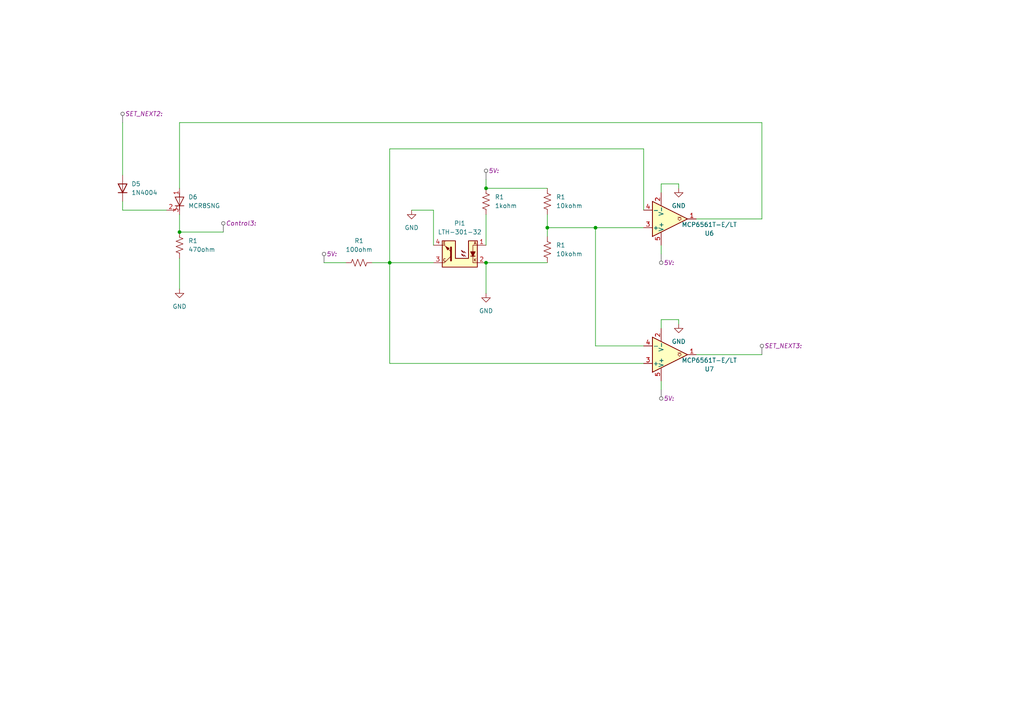
<source format=kicad_sch>
(kicad_sch (version 20230121) (generator eeschema)

  (uuid c2bb3f5d-669e-466d-9617-064858205a32)

  (paper "A4")

  (title_block
    (title "PCB:C3")
    (date "2023-12-01")
  )

  (lib_symbols
    (symbol "Comparator:MCP6566" (pin_names (offset 0.127)) (in_bom yes) (on_board yes)
      (property "Reference" "U" (at 0 5.08 0)
        (effects (font (size 1.27 1.27)) (justify left))
      )
      (property "Value" "MCP6566" (at 0 -5.08 0)
        (effects (font (size 1.27 1.27)) (justify left))
      )
      (property "Footprint" "" (at 0 -10.16 0)
        (effects (font (size 1.27 1.27)) hide)
      )
      (property "Datasheet" "http://ww1.microchip.com/downloads/en/DeviceDoc/MCP6566-6R-6U-7-9-1.8V-Low-Power-Open-Drain-Output-Comparator-DS20002143G.pdf" (at 0 0 0)
        (effects (font (size 1.27 1.27)) hide)
      )
      (property "ki_keywords" "cmp collector" (at 0 0 0)
        (effects (font (size 1.27 1.27)) hide)
      )
      (property "ki_description" "Single 1.8V Low-Power Open-Drain Output Comparator, SOT-23-5/SC-70" (at 0 0 0)
        (effects (font (size 1.27 1.27)) hide)
      )
      (property "ki_fp_filters" "SOT?23* *SC*70*" (at 0 0 0)
        (effects (font (size 1.27 1.27)) hide)
      )
      (symbol "MCP6566_0_1"
        (polyline
          (pts
            (xy -5.08 5.08)
            (xy 5.08 0)
            (xy -5.08 -5.08)
            (xy -5.08 5.08)
          )
          (stroke (width 0.254) (type default))
          (fill (type background))
        )
        (polyline
          (pts
            (xy 3.302 -0.508)
            (xy 2.794 -0.508)
            (xy 3.302 0)
            (xy 2.794 0.508)
            (xy 2.286 0)
            (xy 2.794 -0.508)
            (xy 2.286 -0.508)
          )
          (stroke (width 0.127) (type default))
          (fill (type none))
        )
        (pin power_in line (at -2.54 -7.62 90) (length 3.81)
          (name "V-" (effects (font (size 1.27 1.27))))
          (number "2" (effects (font (size 1.27 1.27))))
        )
        (pin power_in line (at -2.54 7.62 270) (length 3.81)
          (name "V+" (effects (font (size 1.27 1.27))))
          (number "5" (effects (font (size 1.27 1.27))))
        )
      )
      (symbol "MCP6566_1_1"
        (pin open_collector line (at 7.62 0 180) (length 2.54)
          (name "~" (effects (font (size 1.27 1.27))))
          (number "1" (effects (font (size 1.27 1.27))))
        )
        (pin input line (at -7.62 2.54 0) (length 2.54)
          (name "+" (effects (font (size 1.27 1.27))))
          (number "3" (effects (font (size 1.27 1.27))))
        )
        (pin input line (at -7.62 -2.54 0) (length 2.54)
          (name "-" (effects (font (size 1.27 1.27))))
          (number "4" (effects (font (size 1.27 1.27))))
        )
      )
    )
    (symbol "Device:Q_SCR_AGK" (pin_names (offset 0) hide) (in_bom yes) (on_board yes)
      (property "Reference" "D" (at 1.905 0.635 0)
        (effects (font (size 1.27 1.27)) (justify left))
      )
      (property "Value" "Q_SCR_AGK" (at 1.905 -1.27 0)
        (effects (font (size 1.27 1.27)) (justify left))
      )
      (property "Footprint" "" (at 0 0 90)
        (effects (font (size 1.27 1.27)) hide)
      )
      (property "Datasheet" "~" (at 0 0 90)
        (effects (font (size 1.27 1.27)) hide)
      )
      (property "ki_keywords" "SCR thyristor" (at 0 0 0)
        (effects (font (size 1.27 1.27)) hide)
      )
      (property "ki_description" "Silicon controlled rectifier, anode/gate/cathode" (at 0 0 0)
        (effects (font (size 1.27 1.27)) hide)
      )
      (symbol "Q_SCR_AGK_0_1"
        (polyline
          (pts
            (xy -1.27 -2.54)
            (xy -0.635 -1.27)
          )
          (stroke (width 0) (type default))
          (fill (type none))
        )
        (polyline
          (pts
            (xy -1.27 -1.27)
            (xy 1.27 -1.27)
          )
          (stroke (width 0.2032) (type default))
          (fill (type none))
        )
        (polyline
          (pts
            (xy 0 -2.54)
            (xy 0 2.54)
          )
          (stroke (width 0) (type default))
          (fill (type none))
        )
        (polyline
          (pts
            (xy -1.27 1.27)
            (xy 1.27 1.27)
            (xy 0 -1.27)
            (xy -1.27 1.27)
          )
          (stroke (width 0.2032) (type default))
          (fill (type none))
        )
      )
      (symbol "Q_SCR_AGK_1_1"
        (pin passive line (at 0 3.81 270) (length 2.54)
          (name "A" (effects (font (size 1.27 1.27))))
          (number "1" (effects (font (size 1.27 1.27))))
        )
        (pin input line (at -3.81 -2.54 0) (length 2.54)
          (name "G" (effects (font (size 1.27 1.27))))
          (number "2" (effects (font (size 1.27 1.27))))
        )
        (pin passive line (at 0 -3.81 90) (length 2.54)
          (name "K" (effects (font (size 1.27 1.27))))
          (number "3" (effects (font (size 1.27 1.27))))
        )
      )
    )
    (symbol "Device:R_US" (pin_numbers hide) (pin_names (offset 0)) (in_bom yes) (on_board yes)
      (property "Reference" "R" (at 2.54 0 90)
        (effects (font (size 1.27 1.27)))
      )
      (property "Value" "R_US" (at -2.54 0 90)
        (effects (font (size 1.27 1.27)))
      )
      (property "Footprint" "" (at 1.016 -0.254 90)
        (effects (font (size 1.27 1.27)) hide)
      )
      (property "Datasheet" "~" (at 0 0 0)
        (effects (font (size 1.27 1.27)) hide)
      )
      (property "ki_keywords" "R res resistor" (at 0 0 0)
        (effects (font (size 1.27 1.27)) hide)
      )
      (property "ki_description" "Resistor, US symbol" (at 0 0 0)
        (effects (font (size 1.27 1.27)) hide)
      )
      (property "ki_fp_filters" "R_*" (at 0 0 0)
        (effects (font (size 1.27 1.27)) hide)
      )
      (symbol "R_US_0_1"
        (polyline
          (pts
            (xy 0 -2.286)
            (xy 0 -2.54)
          )
          (stroke (width 0) (type default))
          (fill (type none))
        )
        (polyline
          (pts
            (xy 0 2.286)
            (xy 0 2.54)
          )
          (stroke (width 0) (type default))
          (fill (type none))
        )
        (polyline
          (pts
            (xy 0 -0.762)
            (xy 1.016 -1.143)
            (xy 0 -1.524)
            (xy -1.016 -1.905)
            (xy 0 -2.286)
          )
          (stroke (width 0) (type default))
          (fill (type none))
        )
        (polyline
          (pts
            (xy 0 0.762)
            (xy 1.016 0.381)
            (xy 0 0)
            (xy -1.016 -0.381)
            (xy 0 -0.762)
          )
          (stroke (width 0) (type default))
          (fill (type none))
        )
        (polyline
          (pts
            (xy 0 2.286)
            (xy 1.016 1.905)
            (xy 0 1.524)
            (xy -1.016 1.143)
            (xy 0 0.762)
          )
          (stroke (width 0) (type default))
          (fill (type none))
        )
      )
      (symbol "R_US_1_1"
        (pin passive line (at 0 3.81 270) (length 1.27)
          (name "~" (effects (font (size 1.27 1.27))))
          (number "1" (effects (font (size 1.27 1.27))))
        )
        (pin passive line (at 0 -3.81 90) (length 1.27)
          (name "~" (effects (font (size 1.27 1.27))))
          (number "2" (effects (font (size 1.27 1.27))))
        )
      )
    )
    (symbol "Diode:1N914" (pin_numbers hide) (pin_names hide) (in_bom yes) (on_board yes)
      (property "Reference" "D" (at 0 2.54 0)
        (effects (font (size 1.27 1.27)))
      )
      (property "Value" "1N914" (at 0 -2.54 0)
        (effects (font (size 1.27 1.27)))
      )
      (property "Footprint" "Diode_THT:D_DO-35_SOD27_P7.62mm_Horizontal" (at 0 -4.445 0)
        (effects (font (size 1.27 1.27)) hide)
      )
      (property "Datasheet" "http://www.vishay.com/docs/85622/1n914.pdf" (at 0 0 0)
        (effects (font (size 1.27 1.27)) hide)
      )
      (property "Sim.Device" "D" (at 0 0 0)
        (effects (font (size 1.27 1.27)) hide)
      )
      (property "Sim.Pins" "1=K 2=A" (at 0 0 0)
        (effects (font (size 1.27 1.27)) hide)
      )
      (property "ki_keywords" "diode" (at 0 0 0)
        (effects (font (size 1.27 1.27)) hide)
      )
      (property "ki_description" "100V 0.3A Small Signal Fast Switching Diode, DO-35" (at 0 0 0)
        (effects (font (size 1.27 1.27)) hide)
      )
      (property "ki_fp_filters" "D*DO?35*" (at 0 0 0)
        (effects (font (size 1.27 1.27)) hide)
      )
      (symbol "1N914_0_1"
        (polyline
          (pts
            (xy -1.27 1.27)
            (xy -1.27 -1.27)
          )
          (stroke (width 0.254) (type default))
          (fill (type none))
        )
        (polyline
          (pts
            (xy 1.27 0)
            (xy -1.27 0)
          )
          (stroke (width 0) (type default))
          (fill (type none))
        )
        (polyline
          (pts
            (xy 1.27 1.27)
            (xy 1.27 -1.27)
            (xy -1.27 0)
            (xy 1.27 1.27)
          )
          (stroke (width 0.254) (type default))
          (fill (type none))
        )
      )
      (symbol "1N914_1_1"
        (pin passive line (at -3.81 0 0) (length 2.54)
          (name "K" (effects (font (size 1.27 1.27))))
          (number "1" (effects (font (size 1.27 1.27))))
        )
        (pin passive line (at 3.81 0 180) (length 2.54)
          (name "A" (effects (font (size 1.27 1.27))))
          (number "2" (effects (font (size 1.27 1.27))))
        )
      )
    )
    (symbol "Sensor_Proximity:ITR9608-F" (in_bom yes) (on_board yes)
      (property "Reference" "U" (at -5.08 5.08 0)
        (effects (font (size 1.27 1.27)) (justify left))
      )
      (property "Value" "ITR9608-F" (at 0 -5.08 0)
        (effects (font (size 1.27 1.27)))
      )
      (property "Footprint" "OptoDevice:Everlight_ITR9608-F" (at 0 -6.35 0)
        (effects (font (size 1.27 1.27) italic) hide)
      )
      (property "Datasheet" "https://everlighteurope.com/index.php?controller=attachment&id_attachment=5389" (at -1.27 6.35 0)
        (effects (font (size 1.27 1.27)) hide)
      )
      (property "ki_keywords" "Photointerrupter opto interrupter infrared LED fast response time infrared 940nm 5mm gap" (at 0 0 0)
        (effects (font (size 1.27 1.27)) hide)
      )
      (property "ki_description" "Photointerrupter infrared LED with photo IC, -25 to +85 degree Celsius" (at 0 0 0)
        (effects (font (size 1.27 1.27)) hide)
      )
      (property "ki_fp_filters" "*ITR9608*" (at 0 0 0)
        (effects (font (size 1.27 1.27)) hide)
      )
      (symbol "ITR9608-F_0_0"
        (text "A" (at -4.445 3.175 0)
          (effects (font (size 0.762 0.762)))
        )
        (text "C" (at 4.445 -1.778 0)
          (effects (font (size 0.762 0.762)))
        )
        (text "E" (at 4.445 3.175 0)
          (effects (font (size 0.762 0.762)))
        )
        (text "K" (at -4.445 -1.778 0)
          (effects (font (size 0.762 0.762)))
        )
      )
      (symbol "ITR9608-F_0_1"
        (polyline
          (pts
            (xy -4.445 -0.635)
            (xy -3.175 -0.635)
          )
          (stroke (width 0.254) (type default))
          (fill (type none))
        )
        (polyline
          (pts
            (xy 2.54 -0.635)
            (xy 4.445 -2.54)
          )
          (stroke (width 0) (type default))
          (fill (type none))
        )
        (polyline
          (pts
            (xy 4.445 -2.54)
            (xy 5.08 -2.54)
          )
          (stroke (width 0) (type default))
          (fill (type none))
        )
        (polyline
          (pts
            (xy 4.445 2.54)
            (xy 2.54 0.635)
          )
          (stroke (width 0) (type default))
          (fill (type outline))
        )
        (polyline
          (pts
            (xy 4.445 2.54)
            (xy 5.08 2.54)
          )
          (stroke (width 0) (type default))
          (fill (type none))
        )
        (polyline
          (pts
            (xy -5.08 -2.54)
            (xy -3.81 -2.54)
            (xy -3.81 -0.635)
          )
          (stroke (width 0) (type default))
          (fill (type none))
        )
        (polyline
          (pts
            (xy -5.08 2.54)
            (xy -3.81 2.54)
            (xy -3.81 0.635)
          )
          (stroke (width 0) (type default))
          (fill (type none))
        )
        (polyline
          (pts
            (xy 2.54 -1.905)
            (xy 2.54 1.905)
            (xy 2.54 1.905)
          )
          (stroke (width 0.508) (type default))
          (fill (type none))
        )
        (polyline
          (pts
            (xy -3.81 -0.635)
            (xy -4.445 0.635)
            (xy -3.175 0.635)
            (xy -3.81 -0.635)
          )
          (stroke (width 0.254) (type default))
          (fill (type outline))
        )
        (polyline
          (pts
            (xy -1.778 0.254)
            (xy -1.2446 0.762)
            (xy -1.2446 0.254)
            (xy -0.4826 1.016)
          )
          (stroke (width 0) (type default))
          (fill (type none))
        )
        (polyline
          (pts
            (xy -0.4826 1.016)
            (xy -0.9906 0.762)
            (xy -0.7366 0.508)
            (xy -0.4826 1.016)
          )
          (stroke (width 0) (type default))
          (fill (type none))
        )
        (polyline
          (pts
            (xy 3.048 1.651)
            (xy 3.556 1.143)
            (xy 4.064 2.159)
            (xy 3.048 1.651)
            (xy 3.048 1.651)
          )
          (stroke (width 0) (type default))
          (fill (type outline))
        )
        (polyline
          (pts
            (xy -1.778 -0.762)
            (xy -1.2446 -0.254)
            (xy -1.2446 -0.762)
            (xy -0.4826 0)
            (xy -0.9906 -0.254)
            (xy -0.7366 -0.508)
            (xy -0.4826 0)
          )
          (stroke (width 0) (type default))
          (fill (type none))
        )
        (polyline
          (pts
            (xy -5.08 3.81)
            (xy -5.08 -3.81)
            (xy 5.08 -3.81)
            (xy 5.08 3.81)
            (xy 1.27 3.81)
            (xy 1.27 -1.27)
            (xy -2.54 -1.27)
            (xy -2.54 3.81)
            (xy -5.08 3.81)
          )
          (stroke (width 0.254) (type default))
          (fill (type background))
        )
      )
      (symbol "ITR9608-F_1_1"
        (pin passive line (at -7.62 2.54 0) (length 2.54)
          (name "~" (effects (font (size 1.27 1.27))))
          (number "1" (effects (font (size 1.27 1.27))))
        )
        (pin passive line (at -7.62 -2.54 0) (length 2.54)
          (name "~" (effects (font (size 1.27 1.27))))
          (number "2" (effects (font (size 1.27 1.27))))
        )
        (pin open_collector line (at 7.62 -2.54 180) (length 2.54)
          (name "~" (effects (font (size 1.27 1.27))))
          (number "3" (effects (font (size 1.27 1.27))))
        )
        (pin open_emitter line (at 7.62 2.54 180) (length 2.54)
          (name "~" (effects (font (size 1.27 1.27))))
          (number "4" (effects (font (size 1.27 1.27))))
        )
      )
    )
    (symbol "power:GND" (power) (pin_names (offset 0)) (in_bom yes) (on_board yes)
      (property "Reference" "#PWR" (at 0 -6.35 0)
        (effects (font (size 1.27 1.27)) hide)
      )
      (property "Value" "GND" (at 0 -3.81 0)
        (effects (font (size 1.27 1.27)))
      )
      (property "Footprint" "" (at 0 0 0)
        (effects (font (size 1.27 1.27)) hide)
      )
      (property "Datasheet" "" (at 0 0 0)
        (effects (font (size 1.27 1.27)) hide)
      )
      (property "ki_keywords" "global power" (at 0 0 0)
        (effects (font (size 1.27 1.27)) hide)
      )
      (property "ki_description" "Power symbol creates a global label with name \"GND\" , ground" (at 0 0 0)
        (effects (font (size 1.27 1.27)) hide)
      )
      (symbol "GND_0_1"
        (polyline
          (pts
            (xy 0 0)
            (xy 0 -1.27)
            (xy 1.27 -1.27)
            (xy 0 -2.54)
            (xy -1.27 -1.27)
            (xy 0 -1.27)
          )
          (stroke (width 0) (type default))
          (fill (type none))
        )
      )
      (symbol "GND_1_1"
        (pin power_in line (at 0 0 270) (length 0) hide
          (name "GND" (effects (font (size 1.27 1.27))))
          (number "1" (effects (font (size 1.27 1.27))))
        )
      )
    )
  )

  (junction (at 113.03 76.2) (diameter 0) (color 0 0 0 0)
    (uuid 1d419d80-129c-4caa-83c4-593fe00064f1)
  )
  (junction (at 140.97 54.61) (diameter 0) (color 0 0 0 0)
    (uuid 1e3f3a6b-a6cb-4559-8657-022aeb250a55)
  )
  (junction (at 158.75 66.04) (diameter 0) (color 0 0 0 0)
    (uuid 3e3b724c-3b3a-46d6-b679-4c4c37af5dd4)
  )
  (junction (at 172.72 66.04) (diameter 0) (color 0 0 0 0)
    (uuid 8e6816be-87fb-44da-a6f6-469fd0d89677)
  )
  (junction (at 140.97 76.2) (diameter 0) (color 0 0 0 0)
    (uuid d4a17650-dd2d-47bc-919c-b74d31c8e4e5)
  )
  (junction (at 52.07 67.31) (diameter 0) (color 0 0 0 0)
    (uuid d6bf8260-803f-49a2-ae67-9e3f463a25a2)
  )

  (wire (pts (xy 196.85 53.34) (xy 191.77 53.34))
    (stroke (width 0) (type default))
    (uuid 075bdffd-f806-486e-8a1f-461f58485cca)
  )
  (wire (pts (xy 158.75 66.04) (xy 158.75 68.58))
    (stroke (width 0) (type default))
    (uuid 0e24f331-e401-4b57-8f66-fe304817c2ee)
  )
  (wire (pts (xy 186.69 60.96) (xy 186.69 43.18))
    (stroke (width 0) (type default))
    (uuid 1366c9f0-2aa6-4cbf-bcc7-f38b1d8e2d80)
  )
  (wire (pts (xy 140.97 62.23) (xy 140.97 71.12))
    (stroke (width 0) (type default))
    (uuid 16a9aff5-7573-4ccd-b31f-efe25dcded7b)
  )
  (wire (pts (xy 52.07 35.56) (xy 52.07 54.61))
    (stroke (width 0) (type default))
    (uuid 16cad589-bde3-4abc-8751-84941e533457)
  )
  (wire (pts (xy 196.85 92.71) (xy 191.77 92.71))
    (stroke (width 0) (type default))
    (uuid 1fc112de-caae-497a-851e-ab1cc76d0de2)
  )
  (wire (pts (xy 186.69 105.41) (xy 113.03 105.41))
    (stroke (width 0) (type default))
    (uuid 2325b973-d890-4112-a69d-bf21e050334b)
  )
  (wire (pts (xy 220.98 63.5) (xy 220.98 35.56))
    (stroke (width 0) (type default))
    (uuid 2704a278-5d7a-4e63-8328-9df07eaa750e)
  )
  (wire (pts (xy 140.97 76.2) (xy 140.97 85.09))
    (stroke (width 0) (type default))
    (uuid 2a5df62f-827a-446a-9256-598ab2067275)
  )
  (wire (pts (xy 186.69 43.18) (xy 113.03 43.18))
    (stroke (width 0) (type default))
    (uuid 2e36026d-1adb-4564-a974-9a2aa933ccd6)
  )
  (wire (pts (xy 172.72 66.04) (xy 172.72 100.33))
    (stroke (width 0) (type default))
    (uuid 2e95244d-67c4-429f-b901-d74849ea27e4)
  )
  (wire (pts (xy 52.07 74.93) (xy 52.07 83.82))
    (stroke (width 0) (type default))
    (uuid 331413ca-f598-4712-b903-ecaf28e2e028)
  )
  (wire (pts (xy 201.93 102.87) (xy 220.98 102.87))
    (stroke (width 0) (type default))
    (uuid 360f55f4-9975-48f2-a63f-9dd1103f951e)
  )
  (wire (pts (xy 201.93 63.5) (xy 220.98 63.5))
    (stroke (width 0) (type default))
    (uuid 3c6a5b22-dae7-4f70-83fb-504f10afb703)
  )
  (wire (pts (xy 113.03 43.18) (xy 113.03 76.2))
    (stroke (width 0) (type default))
    (uuid 44d4ca4d-98d6-4ac3-86c2-7d5415d5a688)
  )
  (wire (pts (xy 140.97 54.61) (xy 158.75 54.61))
    (stroke (width 0) (type default))
    (uuid 4a353078-1200-4001-b1e7-07786c0fbc4a)
  )
  (wire (pts (xy 191.77 53.34) (xy 191.77 55.88))
    (stroke (width 0) (type default))
    (uuid 5dd68f2d-5aa0-4329-a68b-b7bb87a702ae)
  )
  (wire (pts (xy 158.75 62.23) (xy 158.75 66.04))
    (stroke (width 0) (type default))
    (uuid 6020a828-3096-4e28-b38d-b81f206ae085)
  )
  (wire (pts (xy 196.85 93.98) (xy 196.85 92.71))
    (stroke (width 0) (type default))
    (uuid 72ed5d1b-a713-4da5-9582-44f9ae70cf01)
  )
  (wire (pts (xy 158.75 76.2) (xy 140.97 76.2))
    (stroke (width 0) (type default))
    (uuid 7a5ea6ac-ceb8-4264-a6f4-d1b9d81a1d40)
  )
  (wire (pts (xy 52.07 62.23) (xy 52.07 67.31))
    (stroke (width 0) (type default))
    (uuid 812f4581-5b7e-436c-8357-ae9c1700fb21)
  )
  (wire (pts (xy 220.98 35.56) (xy 52.07 35.56))
    (stroke (width 0) (type default))
    (uuid 81cf9099-fd56-4f9f-9479-932ebc999dc5)
  )
  (wire (pts (xy 172.72 66.04) (xy 158.75 66.04))
    (stroke (width 0) (type default))
    (uuid 873815a0-95ca-4329-a8eb-c561be25bc6a)
  )
  (wire (pts (xy 113.03 76.2) (xy 113.03 105.41))
    (stroke (width 0) (type default))
    (uuid 94c9c58f-7928-4551-84ed-3a416fcd827c)
  )
  (wire (pts (xy 64.77 67.31) (xy 52.07 67.31))
    (stroke (width 0) (type default))
    (uuid 9b29ed78-9c54-4e95-acfe-c705cd50cac6)
  )
  (wire (pts (xy 191.77 92.71) (xy 191.77 95.25))
    (stroke (width 0) (type default))
    (uuid 9c1b664e-1778-4c0f-b430-498855443191)
  )
  (wire (pts (xy 196.85 54.61) (xy 196.85 53.34))
    (stroke (width 0) (type default))
    (uuid 9cd1cf54-3824-4a2f-89b9-7b6467266b91)
  )
  (wire (pts (xy 186.69 66.04) (xy 172.72 66.04))
    (stroke (width 0) (type default))
    (uuid a9553a54-0851-473e-9d6f-666d85dc0ebf)
  )
  (wire (pts (xy 191.77 113.03) (xy 191.77 110.49))
    (stroke (width 0) (type default))
    (uuid b6cedb52-4178-49ca-84b0-7f3969a67e7f)
  )
  (wire (pts (xy 35.56 58.42) (xy 35.56 60.96))
    (stroke (width 0) (type default))
    (uuid bed24da3-f41a-42dc-be61-4434d778fdfb)
  )
  (wire (pts (xy 113.03 76.2) (xy 125.73 76.2))
    (stroke (width 0) (type default))
    (uuid c24f8ccb-b4b6-45ba-a9ed-c9f3dd57692c)
  )
  (wire (pts (xy 125.73 60.96) (xy 119.38 60.96))
    (stroke (width 0) (type default))
    (uuid c7cf085e-4cfd-4dd9-893c-129d0376bfc8)
  )
  (wire (pts (xy 93.98 76.2) (xy 100.33 76.2))
    (stroke (width 0) (type default))
    (uuid d55b9066-4273-4669-91bc-7ec86080de45)
  )
  (wire (pts (xy 107.95 76.2) (xy 113.03 76.2))
    (stroke (width 0) (type default))
    (uuid d6a2f07e-6d0a-4fe3-9e9a-f8af8e7effce)
  )
  (wire (pts (xy 48.26 60.96) (xy 35.56 60.96))
    (stroke (width 0) (type default))
    (uuid dcfcaf4a-cfb2-4b8e-a148-e8d89f811df2)
  )
  (wire (pts (xy 191.77 73.66) (xy 191.77 71.12))
    (stroke (width 0) (type default))
    (uuid de4ad1b6-4c91-4d18-8c0c-7af209348e34)
  )
  (wire (pts (xy 125.73 71.12) (xy 125.73 60.96))
    (stroke (width 0) (type default))
    (uuid ef37624a-d33c-4bab-86f5-186ae454615a)
  )
  (wire (pts (xy 35.56 50.8) (xy 35.56 35.56))
    (stroke (width 0) (type default))
    (uuid f0862a3d-157f-48c9-9286-65d5ddbbfca9)
  )
  (wire (pts (xy 172.72 100.33) (xy 186.69 100.33))
    (stroke (width 0) (type default))
    (uuid f41c6175-1165-4a64-ac56-429b9bae86c4)
  )
  (wire (pts (xy 140.97 52.07) (xy 140.97 54.61))
    (stroke (width 0) (type default))
    (uuid f4673285-ef1a-45c8-a2d8-4d9fd4e6b4cf)
  )

  (netclass_flag "" (length 2.54) (shape round) (at 191.77 73.66 180) (fields_autoplaced)
    (effects (font (size 1.27 1.27)) (justify right bottom))
    (uuid 219765e8-72b5-4bb9-ad92-02f0374b30dc)
    (property "5V" "" (at 192.4685 76.2 0) (show_name)
      (effects (font (size 1.27 1.27) italic) (justify left))
    )
  )
  (netclass_flag "" (length 2.54) (shape round) (at 93.98 76.2 0) (fields_autoplaced)
    (effects (font (size 1.27 1.27)) (justify left bottom))
    (uuid 2dd43831-7785-49f4-b9a8-ccc2a92ff2a3)
    (property "5V" "" (at 94.6785 73.66 0) (show_name)
      (effects (font (size 1.27 1.27) italic) (justify left))
    )
  )
  (netclass_flag "" (length 2.54) (shape round) (at 35.56 35.56 0) (fields_autoplaced)
    (effects (font (size 1.27 1.27)) (justify left bottom))
    (uuid 341ad922-e520-4c9c-ad26-07bf8e2b8c67)
    (property "SET_NEXT2" "" (at 36.2585 33.02 0) (show_name)
      (effects (font (size 1.27 1.27) italic) (justify left))
    )
  )
  (netclass_flag "" (length 2.54) (shape round) (at 140.97 52.07 0) (fields_autoplaced)
    (effects (font (size 1.27 1.27)) (justify left bottom))
    (uuid 5a06b3a5-e125-4dd3-a400-77b9461a4e71)
    (property "5V" "" (at 141.6685 49.53 0) (show_name)
      (effects (font (size 1.27 1.27) italic) (justify left))
    )
  )
  (netclass_flag "" (length 2.54) (shape round) (at 220.98 102.87 0) (fields_autoplaced)
    (effects (font (size 1.27 1.27)) (justify left bottom))
    (uuid 7f4ef437-005d-4b1c-b539-3fd630b98caa)
    (property "SET_NEXT3" "" (at 221.6785 100.33 0) (show_name)
      (effects (font (size 1.27 1.27) italic) (justify left))
    )
  )
  (netclass_flag "" (length 2.54) (shape round) (at 191.77 113.03 180) (fields_autoplaced)
    (effects (font (size 1.27 1.27)) (justify right bottom))
    (uuid 9d9365f3-2fa0-4d8f-90dc-2c6e9410daec)
    (property "5V" "" (at 192.4685 115.57 0) (show_name)
      (effects (font (size 1.27 1.27) italic) (justify left))
    )
  )
  (netclass_flag "" (length 2.54) (shape round) (at 64.77 67.31 0) (fields_autoplaced)
    (effects (font (size 1.27 1.27)) (justify left bottom))
    (uuid a47d7861-c603-4f29-bf63-880513204f4b)
    (property "Control3" "" (at 65.4685 64.77 0) (show_name)
      (effects (font (size 1.27 1.27) italic) (justify left))
    )
  )

  (symbol (lib_id "power:GND") (at 52.07 83.82 0) (unit 1)
    (in_bom yes) (on_board yes) (dnp no) (fields_autoplaced)
    (uuid 0df66df6-5bad-4969-a86b-439ff8f75843)
    (property "Reference" "#PWR012" (at 52.07 90.17 0)
      (effects (font (size 1.27 1.27)) hide)
    )
    (property "Value" "GND" (at 52.07 88.9 0)
      (effects (font (size 1.27 1.27)))
    )
    (property "Footprint" "" (at 52.07 83.82 0)
      (effects (font (size 1.27 1.27)) hide)
    )
    (property "Datasheet" "" (at 52.07 83.82 0)
      (effects (font (size 1.27 1.27)) hide)
    )
    (pin "1" (uuid 7b1547b0-fed8-4d78-97c2-a0fae51fad0d))
    (instances
      (project "Schem1"
        (path "/911b5eb8-7b6c-425b-b090-765c473021df/89303584-90b3-4284-9cfe-6f4b21b3b21a"
          (reference "#PWR012") (unit 1)
        )
        (path "/911b5eb8-7b6c-425b-b090-765c473021df/b373f443-bd5b-4968-bed5-084cb3ea84d6"
          (reference "#PWR014") (unit 1)
        )
        (path "/911b5eb8-7b6c-425b-b090-765c473021df/e431f874-6935-46ad-a10a-9f993e30c3c5"
          (reference "#PWR019") (unit 1)
        )
      )
    )
  )

  (symbol (lib_id "Device:R_US") (at 158.75 58.42 0) (unit 1)
    (in_bom yes) (on_board yes) (dnp no) (fields_autoplaced)
    (uuid 440d760e-b9a6-4ba6-9c1c-5adcb805f741)
    (property "Reference" "R1" (at 161.29 57.15 0)
      (effects (font (size 1.27 1.27)) (justify left))
    )
    (property "Value" "10kohm" (at 161.29 59.69 0)
      (effects (font (size 1.27 1.27)) (justify left))
    )
    (property "Footprint" "" (at 159.766 58.674 90)
      (effects (font (size 1.27 1.27)) hide)
    )
    (property "Datasheet" "~" (at 158.75 58.42 0)
      (effects (font (size 1.27 1.27)) hide)
    )
    (pin "2" (uuid 265f947a-8f22-42b7-9e05-b8f9318e32e6))
    (pin "1" (uuid 63f336bf-a5cd-4930-b5af-0b8e4ef58d9a))
    (instances
      (project "Schem1"
        (path "/911b5eb8-7b6c-425b-b090-765c473021df"
          (reference "R1") (unit 1)
        )
        (path "/911b5eb8-7b6c-425b-b090-765c473021df/89303584-90b3-4284-9cfe-6f4b21b3b21a"
          (reference "R8") (unit 1)
        )
        (path "/911b5eb8-7b6c-425b-b090-765c473021df/b373f443-bd5b-4968-bed5-084cb3ea84d6"
          (reference "R15") (unit 1)
        )
        (path "/911b5eb8-7b6c-425b-b090-765c473021df/e431f874-6935-46ad-a10a-9f993e30c3c5"
          (reference "R20") (unit 1)
        )
      )
    )
  )

  (symbol (lib_id "Device:R_US") (at 104.14 76.2 90) (unit 1)
    (in_bom yes) (on_board yes) (dnp no) (fields_autoplaced)
    (uuid 4443cf5a-6f49-4d6c-acac-c602672889fc)
    (property "Reference" "R1" (at 104.14 69.85 90)
      (effects (font (size 1.27 1.27)))
    )
    (property "Value" "100ohm" (at 104.14 72.39 90)
      (effects (font (size 1.27 1.27)))
    )
    (property "Footprint" "" (at 104.394 75.184 90)
      (effects (font (size 1.27 1.27)) hide)
    )
    (property "Datasheet" "~" (at 104.14 76.2 0)
      (effects (font (size 1.27 1.27)) hide)
    )
    (pin "2" (uuid 902897a4-8b45-43dd-8468-51e748cb874d))
    (pin "1" (uuid 2488048d-8e20-4cac-b73d-fafc94d2ae5d))
    (instances
      (project "Schem1"
        (path "/911b5eb8-7b6c-425b-b090-765c473021df"
          (reference "R1") (unit 1)
        )
        (path "/911b5eb8-7b6c-425b-b090-765c473021df/89303584-90b3-4284-9cfe-6f4b21b3b21a"
          (reference "R10") (unit 1)
        )
        (path "/911b5eb8-7b6c-425b-b090-765c473021df/b373f443-bd5b-4968-bed5-084cb3ea84d6"
          (reference "R13") (unit 1)
        )
        (path "/911b5eb8-7b6c-425b-b090-765c473021df/e431f874-6935-46ad-a10a-9f993e30c3c5"
          (reference "R18") (unit 1)
        )
      )
    )
  )

  (symbol (lib_id "power:GND") (at 119.38 60.96 0) (unit 1)
    (in_bom yes) (on_board yes) (dnp no) (fields_autoplaced)
    (uuid 4c26d942-ea45-43c3-b3c8-2c5d214f7379)
    (property "Reference" "#PWR013" (at 119.38 67.31 0)
      (effects (font (size 1.27 1.27)) hide)
    )
    (property "Value" "GND" (at 119.38 66.04 0)
      (effects (font (size 1.27 1.27)))
    )
    (property "Footprint" "" (at 119.38 60.96 0)
      (effects (font (size 1.27 1.27)) hide)
    )
    (property "Datasheet" "" (at 119.38 60.96 0)
      (effects (font (size 1.27 1.27)) hide)
    )
    (pin "1" (uuid 1787a081-2283-4101-9993-1574a36dcea2))
    (instances
      (project "Schem1"
        (path "/911b5eb8-7b6c-425b-b090-765c473021df/89303584-90b3-4284-9cfe-6f4b21b3b21a"
          (reference "#PWR013") (unit 1)
        )
        (path "/911b5eb8-7b6c-425b-b090-765c473021df/b373f443-bd5b-4968-bed5-084cb3ea84d6"
          (reference "#PWR015") (unit 1)
        )
        (path "/911b5eb8-7b6c-425b-b090-765c473021df/e431f874-6935-46ad-a10a-9f993e30c3c5"
          (reference "#PWR020") (unit 1)
        )
      )
    )
  )

  (symbol (lib_id "Device:R_US") (at 140.97 58.42 0) (unit 1)
    (in_bom yes) (on_board yes) (dnp no) (fields_autoplaced)
    (uuid 5a69adbd-2bff-4f27-938f-e0cda7e35031)
    (property "Reference" "R1" (at 143.51 57.15 0)
      (effects (font (size 1.27 1.27)) (justify left))
    )
    (property "Value" "1kohm" (at 143.51 59.69 0)
      (effects (font (size 1.27 1.27)) (justify left))
    )
    (property "Footprint" "" (at 141.986 58.674 90)
      (effects (font (size 1.27 1.27)) hide)
    )
    (property "Datasheet" "~" (at 140.97 58.42 0)
      (effects (font (size 1.27 1.27)) hide)
    )
    (pin "2" (uuid 7d2139aa-74ed-423c-92cb-1868cc382dcc))
    (pin "1" (uuid 4ff973c6-344d-4098-aca8-b1a1189baf4c))
    (instances
      (project "Schem1"
        (path "/911b5eb8-7b6c-425b-b090-765c473021df"
          (reference "R1") (unit 1)
        )
        (path "/911b5eb8-7b6c-425b-b090-765c473021df/89303584-90b3-4284-9cfe-6f4b21b3b21a"
          (reference "R7") (unit 1)
        )
        (path "/911b5eb8-7b6c-425b-b090-765c473021df/b373f443-bd5b-4968-bed5-084cb3ea84d6"
          (reference "R14") (unit 1)
        )
        (path "/911b5eb8-7b6c-425b-b090-765c473021df/e431f874-6935-46ad-a10a-9f993e30c3c5"
          (reference "R19") (unit 1)
        )
      )
    )
  )

  (symbol (lib_id "power:GND") (at 196.85 93.98 0) (unit 1)
    (in_bom yes) (on_board yes) (dnp no)
    (uuid 5ac6755a-0913-4223-8966-4ee4e3926e2e)
    (property "Reference" "#PWR011" (at 196.85 100.33 0)
      (effects (font (size 1.27 1.27)) hide)
    )
    (property "Value" "GND" (at 196.85 99.06 0)
      (effects (font (size 1.27 1.27)))
    )
    (property "Footprint" "" (at 196.85 93.98 0)
      (effects (font (size 1.27 1.27)) hide)
    )
    (property "Datasheet" "" (at 196.85 93.98 0)
      (effects (font (size 1.27 1.27)) hide)
    )
    (pin "1" (uuid 865c3024-3bc3-4354-bc35-f7b62d5d657d))
    (instances
      (project "Schem1"
        (path "/911b5eb8-7b6c-425b-b090-765c473021df/89303584-90b3-4284-9cfe-6f4b21b3b21a"
          (reference "#PWR011") (unit 1)
        )
        (path "/911b5eb8-7b6c-425b-b090-765c473021df/b373f443-bd5b-4968-bed5-084cb3ea84d6"
          (reference "#PWR018") (unit 1)
        )
        (path "/911b5eb8-7b6c-425b-b090-765c473021df/e431f874-6935-46ad-a10a-9f993e30c3c5"
          (reference "#PWR023") (unit 1)
        )
      )
    )
  )

  (symbol (lib_id "Comparator:MCP6566") (at 194.31 102.87 0) (mirror x) (unit 1)
    (in_bom yes) (on_board yes) (dnp no) (fields_autoplaced)
    (uuid 8b251ea2-f4de-48d3-a730-5837ac604e2c)
    (property "Reference" "U7" (at 205.74 107.0609 0)
      (effects (font (size 1.27 1.27)))
    )
    (property "Value" "MCP6561T-E/LT" (at 205.74 104.5209 0)
      (effects (font (size 1.27 1.27)))
    )
    (property "Footprint" "" (at 194.31 92.71 0)
      (effects (font (size 1.27 1.27)) hide)
    )
    (property "Datasheet" "https://ww1.microchip.com/downloads/en/DeviceDoc/MCP6561-1R-1U-2-4-1.8V-Low-Power-Push-Pull-Output-Comparator-DS20002139E.pdf" (at 194.31 102.87 0)
      (effects (font (size 1.27 1.27)) hide)
    )
    (pin "5" (uuid 7643103b-dd92-4eb5-9254-82bbcf404785))
    (pin "4" (uuid e20bb495-ed19-4acf-baac-d0e58e28af29))
    (pin "1" (uuid c18c485c-5ff1-4bb1-8446-48dc7df7da10))
    (pin "2" (uuid c979e4c8-75d6-459c-b1f1-ef859549e3f3))
    (pin "3" (uuid 86a1b2b9-511b-4e85-b277-5621fa219c42))
    (instances
      (project "Schem1"
        (path "/911b5eb8-7b6c-425b-b090-765c473021df/89303584-90b3-4284-9cfe-6f4b21b3b21a"
          (reference "U7") (unit 1)
        )
        (path "/911b5eb8-7b6c-425b-b090-765c473021df/b373f443-bd5b-4968-bed5-084cb3ea84d6"
          (reference "U9") (unit 1)
        )
        (path "/911b5eb8-7b6c-425b-b090-765c473021df/e431f874-6935-46ad-a10a-9f993e30c3c5"
          (reference "U11") (unit 1)
        )
      )
    )
  )

  (symbol (lib_id "power:GND") (at 140.97 85.09 0) (unit 1)
    (in_bom yes) (on_board yes) (dnp no) (fields_autoplaced)
    (uuid a9a5d88d-c3c6-4fdb-82ea-bb2df969416f)
    (property "Reference" "#PWR09" (at 140.97 91.44 0)
      (effects (font (size 1.27 1.27)) hide)
    )
    (property "Value" "GND" (at 140.97 90.17 0)
      (effects (font (size 1.27 1.27)))
    )
    (property "Footprint" "" (at 140.97 85.09 0)
      (effects (font (size 1.27 1.27)) hide)
    )
    (property "Datasheet" "" (at 140.97 85.09 0)
      (effects (font (size 1.27 1.27)) hide)
    )
    (pin "1" (uuid 9e909910-e08a-4b72-9b14-3877bc4d4d26))
    (instances
      (project "Schem1"
        (path "/911b5eb8-7b6c-425b-b090-765c473021df/89303584-90b3-4284-9cfe-6f4b21b3b21a"
          (reference "#PWR09") (unit 1)
        )
        (path "/911b5eb8-7b6c-425b-b090-765c473021df/b373f443-bd5b-4968-bed5-084cb3ea84d6"
          (reference "#PWR016") (unit 1)
        )
        (path "/911b5eb8-7b6c-425b-b090-765c473021df/e431f874-6935-46ad-a10a-9f993e30c3c5"
          (reference "#PWR021") (unit 1)
        )
      )
    )
  )

  (symbol (lib_id "Sensor_Proximity:ITR9608-F") (at 133.35 73.66 0) (mirror y) (unit 1)
    (in_bom yes) (on_board yes) (dnp no)
    (uuid b0cc1fdb-1b78-4e89-a695-c54b52d33cb3)
    (property "Reference" "PI1" (at 133.35 64.77 0)
      (effects (font (size 1.27 1.27)))
    )
    (property "Value" "LTH-301-32" (at 133.35 67.31 0)
      (effects (font (size 1.27 1.27)))
    )
    (property "Footprint" "" (at 133.35 80.01 0)
      (effects (font (size 1.27 1.27) italic) hide)
    )
    (property "Datasheet" "" (at 134.62 67.31 0)
      (effects (font (size 1.27 1.27)) hide)
    )
    (pin "2" (uuid 49bc6a8c-b283-4a18-b4bd-6b4eaac9da44))
    (pin "3" (uuid 9946923d-fd3f-4f6b-bb45-d2bcf73b0a6e))
    (pin "4" (uuid 3a41edec-9929-4333-8e77-270329bb1dcb))
    (pin "1" (uuid 9a6446ef-15e9-4b95-88d1-eb6e4f7eb258))
    (instances
      (project "Schem1"
        (path "/911b5eb8-7b6c-425b-b090-765c473021df"
          (reference "PI1") (unit 1)
        )
        (path "/911b5eb8-7b6c-425b-b090-765c473021df/89303584-90b3-4284-9cfe-6f4b21b3b21a"
          (reference "PI1") (unit 1)
        )
        (path "/911b5eb8-7b6c-425b-b090-765c473021df/b373f443-bd5b-4968-bed5-084cb3ea84d6"
          (reference "PI2") (unit 1)
        )
        (path "/911b5eb8-7b6c-425b-b090-765c473021df/e431f874-6935-46ad-a10a-9f993e30c3c5"
          (reference "PI3") (unit 1)
        )
      )
    )
  )

  (symbol (lib_id "Device:Q_SCR_AGK") (at 52.07 58.42 0) (unit 1)
    (in_bom yes) (on_board yes) (dnp no) (fields_autoplaced)
    (uuid b5bcba39-fdcb-43a0-9ac9-45b62f13739f)
    (property "Reference" "D6" (at 54.61 57.15 0)
      (effects (font (size 1.27 1.27)) (justify left))
    )
    (property "Value" "MCR8SNG" (at 54.61 59.69 0)
      (effects (font (size 1.27 1.27)) (justify left))
    )
    (property "Footprint" "" (at 52.07 58.42 90)
      (effects (font (size 1.27 1.27)) hide)
    )
    (property "Datasheet" "~" (at 52.07 58.42 90)
      (effects (font (size 1.27 1.27)) hide)
    )
    (pin "2" (uuid 6655b2d4-0fbd-47be-a2f3-f9724583b8ce))
    (pin "1" (uuid 862beb2f-603c-4648-91f0-880835eea0c1))
    (pin "3" (uuid 673f0ffc-33fb-41ff-9e86-563880a7d82c))
    (instances
      (project "Schem1"
        (path "/911b5eb8-7b6c-425b-b090-765c473021df/89303584-90b3-4284-9cfe-6f4b21b3b21a"
          (reference "D6") (unit 1)
        )
        (path "/911b5eb8-7b6c-425b-b090-765c473021df/b373f443-bd5b-4968-bed5-084cb3ea84d6"
          (reference "D9") (unit 1)
        )
        (path "/911b5eb8-7b6c-425b-b090-765c473021df/e431f874-6935-46ad-a10a-9f993e30c3c5"
          (reference "D11") (unit 1)
        )
      )
    )
  )

  (symbol (lib_id "Diode:1N914") (at 35.56 54.61 90) (unit 1)
    (in_bom yes) (on_board yes) (dnp no) (fields_autoplaced)
    (uuid d60eab45-60aa-41e5-94f1-578cebb6d836)
    (property "Reference" "D5" (at 38.1 53.34 90)
      (effects (font (size 1.27 1.27)) (justify right))
    )
    (property "Value" "1N4004" (at 38.1 55.88 90)
      (effects (font (size 1.27 1.27)) (justify right))
    )
    (property "Footprint" "Diode_THT:D_DO-35_SOD27_P7.62mm_Horizontal" (at 40.005 54.61 0)
      (effects (font (size 1.27 1.27)) hide)
    )
    (property "Datasheet" "http://www.vishay.com/docs/85622/1n914.pdf" (at 35.56 54.61 0)
      (effects (font (size 1.27 1.27)) hide)
    )
    (property "Sim.Device" "D" (at 35.56 54.61 0)
      (effects (font (size 1.27 1.27)) hide)
    )
    (property "Sim.Pins" "1=K 2=A" (at 35.56 54.61 0)
      (effects (font (size 1.27 1.27)) hide)
    )
    (pin "2" (uuid 24e9bcc9-7ffe-4507-90fa-32da0f13f24d))
    (pin "1" (uuid 3c18d048-e91f-48fd-bddd-7f67c435c3b1))
    (instances
      (project "Schem1"
        (path "/911b5eb8-7b6c-425b-b090-765c473021df"
          (reference "D5") (unit 1)
        )
        (path "/911b5eb8-7b6c-425b-b090-765c473021df/f1eb5bf7-cb18-41d2-af62-ebbfe03c356f"
          (reference "D5") (unit 1)
        )
        (path "/911b5eb8-7b6c-425b-b090-765c473021df/89303584-90b3-4284-9cfe-6f4b21b3b21a"
          (reference "D7") (unit 1)
        )
        (path "/911b5eb8-7b6c-425b-b090-765c473021df/b373f443-bd5b-4968-bed5-084cb3ea84d6"
          (reference "D8") (unit 1)
        )
        (path "/911b5eb8-7b6c-425b-b090-765c473021df/e431f874-6935-46ad-a10a-9f993e30c3c5"
          (reference "D10") (unit 1)
        )
      )
    )
  )

  (symbol (lib_id "Device:R_US") (at 52.07 71.12 0) (unit 1)
    (in_bom yes) (on_board yes) (dnp no) (fields_autoplaced)
    (uuid e292ae63-e58f-40fd-852c-fba7d82c4c93)
    (property "Reference" "R1" (at 54.61 69.85 0)
      (effects (font (size 1.27 1.27)) (justify left))
    )
    (property "Value" "470ohm" (at 54.61 72.39 0)
      (effects (font (size 1.27 1.27)) (justify left))
    )
    (property "Footprint" "" (at 53.086 71.374 90)
      (effects (font (size 1.27 1.27)) hide)
    )
    (property "Datasheet" "~" (at 52.07 71.12 0)
      (effects (font (size 1.27 1.27)) hide)
    )
    (pin "2" (uuid 2cb5bc90-4034-4bf8-9da8-b89d42417839))
    (pin "1" (uuid c4dff404-2e4f-406a-9f25-6be58b2ac811))
    (instances
      (project "Schem1"
        (path "/911b5eb8-7b6c-425b-b090-765c473021df"
          (reference "R1") (unit 1)
        )
        (path "/911b5eb8-7b6c-425b-b090-765c473021df/89303584-90b3-4284-9cfe-6f4b21b3b21a"
          (reference "R11") (unit 1)
        )
        (path "/911b5eb8-7b6c-425b-b090-765c473021df/b373f443-bd5b-4968-bed5-084cb3ea84d6"
          (reference "R12") (unit 1)
        )
        (path "/911b5eb8-7b6c-425b-b090-765c473021df/e431f874-6935-46ad-a10a-9f993e30c3c5"
          (reference "R17") (unit 1)
        )
      )
    )
  )

  (symbol (lib_id "Comparator:MCP6566") (at 194.31 63.5 0) (mirror x) (unit 1)
    (in_bom yes) (on_board yes) (dnp no) (fields_autoplaced)
    (uuid e68de14f-39fb-44fa-9336-1a6e73fae43d)
    (property "Reference" "U6" (at 205.74 67.6909 0)
      (effects (font (size 1.27 1.27)))
    )
    (property "Value" "MCP6561T-E/LT" (at 205.74 65.1509 0)
      (effects (font (size 1.27 1.27)))
    )
    (property "Footprint" "" (at 194.31 53.34 0)
      (effects (font (size 1.27 1.27)) hide)
    )
    (property "Datasheet" "https://ww1.microchip.com/downloads/en/DeviceDoc/MCP6561-1R-1U-2-4-1.8V-Low-Power-Push-Pull-Output-Comparator-DS20002139E.pdf" (at 194.31 63.5 0)
      (effects (font (size 1.27 1.27)) hide)
    )
    (pin "5" (uuid 91ef00da-b699-496b-b63d-df8b6d07fb51))
    (pin "4" (uuid 7cf85778-1917-408d-98ca-46c5b91ca699))
    (pin "1" (uuid d6b5ecd3-1423-4b1a-babb-7f0a9f7daabb))
    (pin "2" (uuid e80cb99c-aa39-4974-a65b-923d7e70b53b))
    (pin "3" (uuid 9b32a307-db9c-4220-aefa-13ea50085988))
    (instances
      (project "Schem1"
        (path "/911b5eb8-7b6c-425b-b090-765c473021df/89303584-90b3-4284-9cfe-6f4b21b3b21a"
          (reference "U6") (unit 1)
        )
        (path "/911b5eb8-7b6c-425b-b090-765c473021df/b373f443-bd5b-4968-bed5-084cb3ea84d6"
          (reference "U8") (unit 1)
        )
        (path "/911b5eb8-7b6c-425b-b090-765c473021df/e431f874-6935-46ad-a10a-9f993e30c3c5"
          (reference "U10") (unit 1)
        )
      )
    )
  )

  (symbol (lib_id "power:GND") (at 196.85 54.61 0) (unit 1)
    (in_bom yes) (on_board yes) (dnp no)
    (uuid ee9d7f52-378b-4aef-8bc3-54c3d815290d)
    (property "Reference" "#PWR010" (at 196.85 60.96 0)
      (effects (font (size 1.27 1.27)) hide)
    )
    (property "Value" "GND" (at 196.85 59.69 0)
      (effects (font (size 1.27 1.27)))
    )
    (property "Footprint" "" (at 196.85 54.61 0)
      (effects (font (size 1.27 1.27)) hide)
    )
    (property "Datasheet" "" (at 196.85 54.61 0)
      (effects (font (size 1.27 1.27)) hide)
    )
    (pin "1" (uuid 17bd7211-4295-456a-a9f3-dfd43ae854b0))
    (instances
      (project "Schem1"
        (path "/911b5eb8-7b6c-425b-b090-765c473021df/89303584-90b3-4284-9cfe-6f4b21b3b21a"
          (reference "#PWR010") (unit 1)
        )
        (path "/911b5eb8-7b6c-425b-b090-765c473021df/b373f443-bd5b-4968-bed5-084cb3ea84d6"
          (reference "#PWR017") (unit 1)
        )
        (path "/911b5eb8-7b6c-425b-b090-765c473021df/e431f874-6935-46ad-a10a-9f993e30c3c5"
          (reference "#PWR022") (unit 1)
        )
      )
    )
  )

  (symbol (lib_id "Device:R_US") (at 158.75 72.39 0) (unit 1)
    (in_bom yes) (on_board yes) (dnp no) (fields_autoplaced)
    (uuid f8b23ce0-6ebe-4ef2-b489-3f769856d7f9)
    (property "Reference" "R1" (at 161.29 71.12 0)
      (effects (font (size 1.27 1.27)) (justify left))
    )
    (property "Value" "10kohm" (at 161.29 73.66 0)
      (effects (font (size 1.27 1.27)) (justify left))
    )
    (property "Footprint" "" (at 159.766 72.644 90)
      (effects (font (size 1.27 1.27)) hide)
    )
    (property "Datasheet" "~" (at 158.75 72.39 0)
      (effects (font (size 1.27 1.27)) hide)
    )
    (pin "2" (uuid 720861af-bf8d-40fa-abc1-90328b5ea2bd))
    (pin "1" (uuid 0fd29932-ddd1-445b-8fe4-e662bdd00edd))
    (instances
      (project "Schem1"
        (path "/911b5eb8-7b6c-425b-b090-765c473021df"
          (reference "R1") (unit 1)
        )
        (path "/911b5eb8-7b6c-425b-b090-765c473021df/89303584-90b3-4284-9cfe-6f4b21b3b21a"
          (reference "R9") (unit 1)
        )
        (path "/911b5eb8-7b6c-425b-b090-765c473021df/b373f443-bd5b-4968-bed5-084cb3ea84d6"
          (reference "R16") (unit 1)
        )
        (path "/911b5eb8-7b6c-425b-b090-765c473021df/e431f874-6935-46ad-a10a-9f993e30c3c5"
          (reference "R21") (unit 1)
        )
      )
    )
  )
)

</source>
